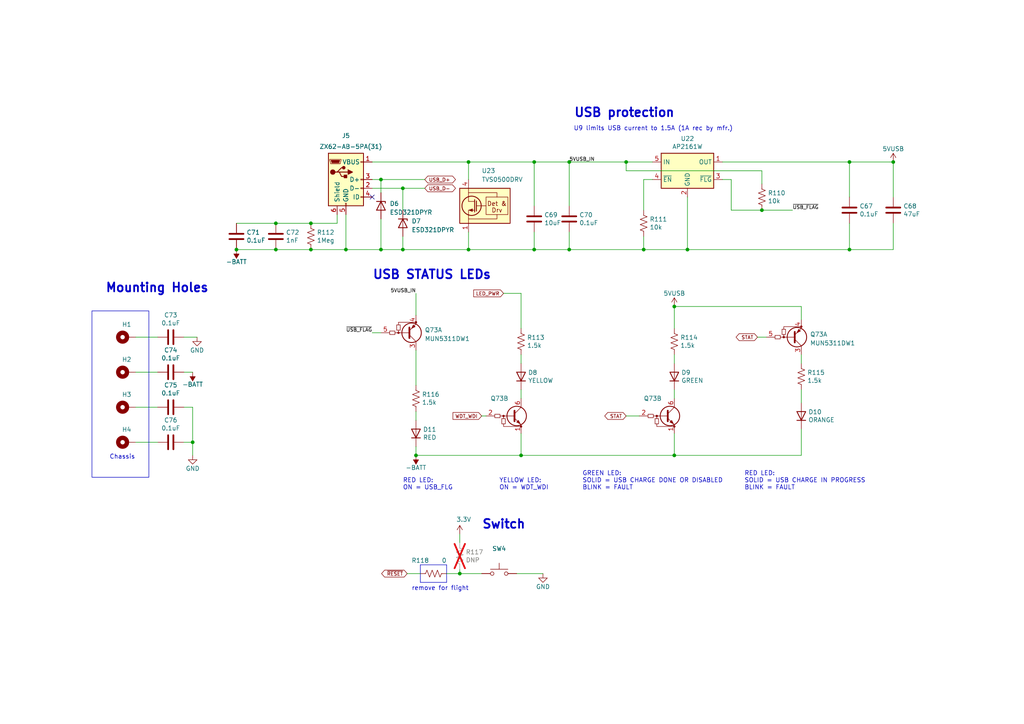
<source format=kicad_sch>
(kicad_sch (version 20230121) (generator eeschema)
  (paper "A4")
  (title_block (company "Sierra Lobo INC."))
  (lib_symbols
    (symbol "Connector:USB_B_Micro" (pin_names (offset 1.016))
      (property "Reference" "J" (at -5.08 11.43 0))
      (property "Value" "USB_B_Micro" (at -5.08 8.89 0))
      (symbol "USB_B_Micro_0_1"
        (rectangle (start -5.08 -7.62) (end 5.08 7.62) (stroke (width 0.254)) (fill (type background)))
        (circle (center -3.81 2.159) (radius 0.635) (stroke (width 0.254)) (fill (type outline)))
        (circle (center -0.635 3.429) (radius 0.381) (stroke (width 0.254)) (fill (type outline)))
        (rectangle (start -0.127 -7.62) (end 0.127 -6.858))
        (polyline (pts (xy -1.905 2.159) (xy 0.635 2.159)) (stroke (width 0.254)))
        (polyline (pts (xy -3.175 2.159) (xy -2.54 2.159) (xy -1.27 3.429) (xy -0.635 3.429)) (stroke (width 0.254)))
        (polyline (pts (xy -2.54 2.159) (xy -1.905 2.159) (xy -1.27 0.889) (xy 0 0.889)) (stroke (width 0.254)))
        (polyline (pts (xy 0.635 2.794) (xy 0.635 1.524) (xy 1.905 2.159) (xy 0.635 2.794)) (stroke (width 0.254)) (fill (type outline)))
        (polyline (pts (xy -4.318 5.588) (xy -1.778 5.588) (xy -2.032 4.826) (xy -4.064 4.826) (xy -4.318 5.588)) (fill (type outline)))
        (polyline (pts (xy -4.699 5.842) (xy -4.699 5.588) (xy -4.445 4.826) (xy -4.445 4.572) (xy -1.651 4.572) (xy -1.651 4.826) (xy -1.397 5.588) (xy -1.397 5.842) (xy -4.699 5.842)))
        (rectangle (start 0.254 1.27) (end -0.508 0.508) (stroke (width 0.254)) (fill (type outline)))
        (rectangle (start 5.08 -5.207) (end 4.318 -4.953))
        (rectangle (start 5.08 -2.667) (end 4.318 -2.413))
        (rectangle (start 5.08 -0.127) (end 4.318 0.127))
        (rectangle (start 5.08 4.953) (end 4.318 5.207))
      )
      (symbol "USB_B_Micro_1_1"
        (pin power_out line (at 7.62 5.08 180) (length 2.54) (name "VBUS") (number "1"))
        (pin bidirectional line (at 7.62 -2.54 180) (length 2.54) (name "D-") (number "2"))
        (pin bidirectional line (at 7.62 0 180) (length 2.54) (name "D+") (number "3"))
        (pin passive line (at 7.62 -5.08 180) (length 2.54) (name "ID") (number "4"))
        (pin power_out line (at 0 -10.16 90) (length 2.54) (name "GND") (number "5"))
        (pin passive line (at -2.54 -10.16 90) (length 2.54) (name "Shield") (number "6"))
      )
    )
    (symbol "Device:C" (pin_numbers hide) (pin_names (offset 0.254))
      (property "Reference" "C" (at 0.635 2.54 0))
      (property "Value" "C" (at 0.635 -2.54 0))
      (symbol "C_0_1"
        (polyline (pts (xy -2.032 -0.762) (xy 2.032 -0.762)) (stroke (width 0.508)))
        (polyline (pts (xy -2.032 0.762) (xy 2.032 0.762)) (stroke (width 0.508)))
      )
      (symbol "C_1_1"
        (pin passive line (at 0 3.81 270) (length 2.794) (name "~") (number "1"))
        (pin passive line (at 0 -3.81 90) (length 2.794) (name "~") (number "2"))
      )
    )
    (symbol "Device:D" (pin_numbers hide) (pin_names (offset 1.016) hide)
      (property "Reference" "D" (at 0 2.54 0))
      (property "Value" "D" (at 0 -2.54 0))
      (symbol "D_0_1"
        (polyline (pts (xy -1.27 1.27) (xy -1.27 -1.27)) (stroke (width 0.254)))
        (polyline (pts (xy 1.27 0) (xy -1.27 0)))
        (polyline (pts (xy 1.27 1.27) (xy 1.27 -1.27) (xy -1.27 0) (xy 1.27 1.27)) (stroke (width 0.254)))
      )
      (symbol "D_1_1"
        (pin passive line (at -3.81 0 0) (length 2.54) (name "K") (number "1"))
        (pin passive line (at 3.81 0 180) (length 2.54) (name "A") (number "2"))
      )
    )
    (symbol "Device:D_Zener" (pin_numbers hide) (pin_names (offset 1.016) hide)
      (property "Reference" "D" (at 0 2.54 0))
      (property "Value" "D_Zener" (at 0 -2.54 0))
      (symbol "D_Zener_0_1"
        (polyline (pts (xy 1.27 0) (xy -1.27 0)))
        (polyline (pts (xy -1.27 -1.27) (xy -1.27 1.27) (xy -0.762 1.27)) (stroke (width 0.254)))
        (polyline (pts (xy 1.27 -1.27) (xy 1.27 1.27) (xy -1.27 0) (xy 1.27 -1.27)) (stroke (width 0.254)))
      )
      (symbol "D_Zener_1_1"
        (pin passive line (at -3.81 0 0) (length 2.54) (name "K") (number "1"))
        (pin passive line (at 3.81 0 180) (length 2.54) (name "A") (number "2"))
      )
    )
    (symbol "Device:R_US" (pin_numbers hide) (pin_names (offset 0))
      (property "Reference" "R" (at 2.54 0 90))
      (property "Value" "R_US" (at -2.54 0 90))
      (symbol "R_US_0_1"
        (polyline (pts (xy 0 -2.286) (xy 0 -2.54)))
        (polyline (pts (xy 0 2.286) (xy 0 2.54)))
        (polyline (pts (xy 0 -0.762) (xy 1.016 -1.143) (xy 0 -1.524) (xy -1.016 -1.905) (xy 0 -2.286)))
        (polyline (pts (xy 0 0.762) (xy 1.016 0.381) (xy 0 0) (xy -1.016 -0.381) (xy 0 -0.762)))
        (polyline (pts (xy 0 2.286) (xy 1.016 1.905) (xy 0 1.524) (xy -1.016 1.143) (xy 0 0.762)))
      )
      (symbol "R_US_1_1"
        (pin passive line (at 0 3.81 270) (length 1.27) (name "~") (number "1"))
        (pin passive line (at 0 -3.81 90) (length 1.27) (name "~") (number "2"))
      )
    )
    (symbol "Mechanical:MountingHole_Pad" (pin_numbers hide) (pin_names (offset 1.016) hide)
      (property "Reference" "H" (at 0 6.35 0))
      (property "Value" "MountingHole_Pad" (at 0 4.445 0))
      (symbol "MountingHole_Pad_0_1"
        (circle (center 0 1.27) (radius 1.27) (stroke (width 1.27)))
      )
      (symbol "MountingHole_Pad_1_1"
        (pin input line (at 0 -2.54 90) (length 2.54) (name "1") (number "1"))
      )
    )
    (symbol "Power_Management:AP2161W"
      (property "Reference" "U" (at -7.62 -6.35 0))
      (property "Value" "AP2161W" (at -7.62 6.35 0))
      (symbol "AP2161W_0_1"
        (rectangle (start -7.62 5.08) (end 7.62 -5.08) (stroke (width 0.254)) (fill (type background)))
      )
      (symbol "AP2161W_1_1"
        (pin power_out line (at 10.16 2.54 180) (length 2.54) (name "OUT") (number "1"))
        (pin power_in line (at 0 -7.62 90) (length 2.54) (name "GND") (number "2"))
        (pin open_collector line (at 10.16 -2.54 180) (length 2.54) (name "~{FLG}") (number "3"))
        (pin input line (at -10.16 -2.54 0) (length 2.54) (name "~{EN}") (number "4"))
        (pin power_in line (at -10.16 2.54 0) (length 2.54) (name "IN") (number "5"))
      )
    )
    (symbol "Power_Protection:TVS0500DRV" (pin_names (offset 0) hide)
      (property "Reference" "U" (at 2.54 1.27 0))
      (property "Value" "TVS0500DRV" (at 2.54 -1.27 0))
      (symbol "TVS0500DRV_0_0"
        (rectangle (start -11.43 2.54) (end -5.08 -2.54))
        (polyline (pts (xy 0 1.27) (xy -1.778 1.27)))
        (polyline (pts (xy -8.255 -2.54) (xy -8.255 -3.81) (xy 0 -3.81)))
        (polyline (pts (xy -8.255 2.54) (xy -8.255 3.81) (xy 0 3.81)))
        (text "Det &" (at -8.255 0.635 0) (effects (font (size 1.27 1.27))))
        (text "Drv" (at -8.255 -1.27 0) (effects (font (size 1.27 1.27))))
      )
      (symbol "TVS0500DRV_0_1"
        (rectangle (start -12.065 5.08) (end 2.54 -5.08) (stroke (width 0.254)) (fill (type background)))
        (circle (center -0.889 0) (radius 2.794) (stroke (width 0.254)))
        (polyline (pts (xy -2.286 0) (xy -5.08 0)))
        (polyline (pts (xy -2.286 1.397) (xy -2.286 -1.524)) (stroke (width 0.254)))
        (polyline (pts (xy -1.778 1.778) (xy -1.778 -1.778)) (stroke (width 0.254)))
        (polyline (pts (xy 0 -2.54) (xy 0 -5.08)))
        (polyline (pts (xy 0 2.54) (xy 0 1.27)))
        (polyline (pts (xy 0 5.08) (xy 0 2.54)))
        (polyline (pts (xy 0 -2.54) (xy 0 -1.27) (xy -1.778 -1.27)))
        (polyline (pts (xy -0.127 -1.27) (xy -1.143 -1.651) (xy -1.143 -0.889) (xy -0.127 -1.27)) (fill (type outline)))
      )
      (symbol "TVS0500DRV_1_1"
        (pin power_in line (at 0 -7.62 90) (length 2.54) (name "GND") (number "1"))
        (pin passive line (at 0 -7.62 90) (length 2.54) hide (name "GND") (number "2"))
        (pin passive line (at 0 -7.62 90) (length 2.54) hide (name "GND") (number "3"))
        (pin passive line (at 0 7.62 270) (length 2.54) (name "IN") (number "4"))
        (pin passive line (at 0 7.62 270) (length 2.54) hide (name "IN") (number "5"))
        (pin passive line (at 0 7.62 270) (length 2.54) hide (name "IN") (number "6"))
        (pin passive line (at 0 -7.62 90) (length 2.54) hide (name "GND") (number "7"))
      )
    )
    (symbol "SierraLobo:5VUSB" (power) (pin_names (offset 0))
      (property "Value" "5VUSB" (at 0 3.556 0))
      (symbol "5VUSB_0_1"
        (polyline (pts (xy -0.762 1.27) (xy 0 2.54)))
        (polyline (pts (xy 0 0) (xy 0 2.54)))
        (polyline (pts (xy 0 2.54) (xy 0.762 1.27)))
      )
      (symbol "5VUSB_1_1"
        (pin power_in line (at 0 0 90) (length 0) hide (name "5VUSB") (number "1"))
      )
    )
    (symbol "SierraLobo:MUN5312DW1" (pin_names hide)
      (property "Reference" "Q" (at 3.81 1.27 0))
      (property "Value" "MUN5311DW1" (at 3.81 -1.27 0))
      (symbol "MUN5312DW1_0_1"
        (rectangle (start -6.35 0.508) (end -4.826 -0.508))
        (rectangle (start -4.318 -2.286) (end -3.302 -0.762))
        (circle (center -3.81 0) (radius 0.254) (fill (type outline)))
        (polyline (pts (xy -3.81 -0.762) (xy -3.81 0)))
        (polyline (pts (xy -0.762 0) (xy -4.826 0)))
        (polyline (pts (xy -0.635 1.524) (xy -0.635 -1.524)) (stroke (width 0.508)))
        (polyline (pts (xy -3.81 -2.286) (xy -3.81 -3.048) (xy 1.27 -3.048)))
        (circle (center 1.27 -3.048) (radius 0.254) (fill (type outline)))
      )
      (symbol "MUN5312DW1_1_1"
        (polyline (pts (xy -0.635 0.635) (xy 1.27 2.54)))
        (polyline (pts (xy -0.635 -0.635) (xy 1.27 -2.54) (xy 1.27 -2.54)))
        (polyline (pts (xy 1.016 -1.778) (xy 0.508 -2.286) (xy 0 -1.27) (xy 1.016 -1.778) (xy 1.016 -1.778)) (fill (type outline)))
        (circle (center 0 0) (radius 2.8194) (stroke (width 0.254)))
        (pin passive line (at 1.27 5.08 270) (length 2.54) (name "C1") (number "3"))
        (pin passive line (at 1.27 -5.08 90) (length 2.54) (name "E1") (number "4"))
        (pin input line (at -8.89 0 0) (length 2.54) (name "B1") (number "5"))
      )
      (symbol "MUN5312DW1_2_1"
        (polyline (pts (xy -0.635 0.635) (xy 1.27 2.54)))
        (polyline (pts (xy -0.635 -0.635) (xy 1.27 -2.54) (xy 1.27 -2.54)))
        (polyline (pts (xy 0 -1.778) (xy 0.508 -1.27) (xy 1.016 -2.286) (xy 0 -1.778) (xy 0 -1.778)) (fill (type outline)))
        (circle (center 0 0) (radius 2.8194) (stroke (width 0.254)))
        (pin passive line (at 1.27 -5.08 90) (length 2.54) (name "E2") (number "1"))
        (pin input line (at -8.89 0 0) (length 2.54) (name "B2") (number "2"))
        (pin passive line (at 1.27 5.08 270) (length 2.54) (name "C2") (number "6"))
      )
    )
    (symbol "mainboard-rescue:SW_Push-Switch-mainboard-rescue" (pin_numbers hide) (pin_names (offset 1.016) hide)
      (property "Reference" "SW" (at 1.27 2.54 0))
      (property "Value" "SW_Push-Switch-mainboard-rescue" (at 0 -1.524 0))
      (symbol "SW_Push-Switch-mainboard-rescue_0_1"
        (circle (center -2.032 0) (radius 0.508))
        (polyline (pts (xy 0 1.27) (xy 0 3.048)))
        (polyline (pts (xy 2.54 1.27) (xy -2.54 1.27)))
        (circle (center 2.032 0) (radius 0.508))
        (pin passive line (at -5.08 0 0) (length 2.54) (name "1") (number "1"))
        (pin passive line (at 5.08 0 180) (length 2.54) (name "2") (number "2"))
      )
    )
    (symbol "mainboard:3.3V" (power) (pin_names (offset 1.016))
      (property "Value" "3.3V" (at -1.016 3.556 0))
      (symbol "3.3V_1_0"
        (polyline (pts (xy 0 2.54) (xy -0.762 1.27)))
        (polyline (pts (xy 0.762 1.27) (xy 0 2.54)))
        (pin power_in line (at 0 0 90) (length 2.54) (name "3.3V") (number "1"))
      )
    )
    (symbol "power:-BATT" (power) (pin_names (offset 0))
      (property "Value" "-BATT" (at 0 3.556 0))
      (symbol "-BATT_0_1"
        (polyline (pts (xy 0 0) (xy 0 2.54)))
        (polyline (pts (xy 0.762 1.27) (xy -0.762 1.27) (xy 0 2.54) (xy 0.762 1.27)) (fill (type outline)))
      )
      (symbol "-BATT_1_1"
        (pin power_in line (at 0 0 90) (length 0) hide (name "-BATT") (number "1"))
      )
    )
    (symbol "power:GND" (power) (pin_names (offset 0))
      (property "Value" "GND" (at 0 -3.81 0))
      (symbol "GND_0_1"
        (polyline (pts (xy 0 0) (xy 0 -1.27) (xy 1.27 -1.27) (xy 0 -2.54) (xy -1.27 -1.27) (xy 0 -1.27)))
      )
      (symbol "GND_1_1"
        (pin power_in line (at 0 0 270) (length 0) hide (name "GND") (number "1"))
      )
    )
  )
  (junction (at 90.17 64.77))
  (junction (at 154.94 46.99))
  (junction (at 195.58 88.9))
  (junction (at 68.58 72.39))
  (junction (at 151.13 132.08))
  (junction (at 55.88 128.27))
  (junction (at 220.98 60.96))
  (junction (at 110.49 72.39))
  (junction (at 135.89 72.39))
  (junction (at 181.61 46.99))
  (junction (at 259.08 46.99))
  (junction (at 165.1 72.39))
  (junction (at 116.84 54.61))
  (junction (at 80.01 64.77))
  (junction (at 199.39 72.39))
  (junction (at 154.94 72.39))
  (junction (at 165.1 46.99))
  (junction (at 80.01 72.39))
  (junction (at 246.38 72.39))
  (junction (at 133.35 166.37))
  (junction (at 100.33 72.39))
  (junction (at 116.84 72.39))
  (junction (at 90.17 72.39))
  (junction (at 195.58 132.08))
  (junction (at 186.69 72.39))
  (junction (at 120.65 132.08))
  (junction (at 246.38 46.99))
  (junction (at 135.89 46.99))
  (junction (at 110.49 52.07))
  (no_connect (at 107.95 57.15))
  (wire (pts (xy 120.65 129.54) (xy 120.65 132.08)))
  (wire (pts (xy 139.7 120.65) (xy 140.97 120.65)))
  (wire (pts (xy 135.89 67.31) (xy 135.89 72.39)))
  (wire (pts (xy 186.69 68.58) (xy 186.69 72.39)))
  (wire (pts (xy 100.33 72.39) (xy 110.49 72.39)))
  (wire (pts (xy 195.58 132.08) (xy 195.58 125.73)))
  (wire (pts (xy 53.34 118.11) (xy 55.88 118.11)))
  (wire (pts (xy 100.33 72.39) (xy 90.17 72.39)))
  (wire (pts (xy 151.13 102.87) (xy 151.13 105.41)))
  (wire (pts (xy 165.1 67.31) (xy 165.1 72.39)))
  (wire (pts (xy 116.84 54.61) (xy 123.19 54.61)))
  (wire (pts (xy 129.54 166.37) (xy 133.35 166.37)))
  (polyline (pts (xy 121.92 168.91) (xy 121.92 163.83)))
  (wire (pts (xy 110.49 72.39) (xy 116.84 72.39)))
  (wire (pts (xy 154.94 46.99) (xy 165.1 46.99)))
  (wire (pts (xy 80.01 72.39) (xy 68.58 72.39)))
  (wire (pts (xy 39.37 118.11) (xy 45.72 118.11)))
  (wire (pts (xy 246.38 46.99) (xy 246.38 57.15)))
  (wire (pts (xy 135.89 72.39) (xy 154.94 72.39)))
  (wire (pts (xy 151.13 132.08) (xy 195.58 132.08)))
  (wire (pts (xy 116.84 68.58) (xy 116.84 72.39)))
  (wire (pts (xy 53.34 107.95) (xy 55.88 107.95)))
  (wire (pts (xy 220.98 60.96) (xy 212.09 60.96)))
  (wire (pts (xy 219.71 97.79) (xy 222.25 97.79)))
  (wire (pts (xy 135.89 46.99) (xy 135.89 52.07)))
  (wire (pts (xy 186.69 52.07) (xy 186.69 60.96)))
  (wire (pts (xy 195.58 113.03) (xy 195.58 115.57)))
  (wire (pts (xy 146.05 85.09) (xy 151.13 85.09)))
  (wire (pts (xy 55.88 128.27) (xy 53.34 128.27)))
  (wire (pts (xy 120.65 132.08) (xy 151.13 132.08)))
  (wire (pts (xy 116.84 54.61) (xy 116.84 60.96)))
  (wire (pts (xy 110.49 63.5) (xy 110.49 72.39)))
  (wire (pts (xy 220.98 60.96) (xy 229.87 60.96)))
  (wire (pts (xy 212.09 60.96) (xy 212.09 52.07)))
  (wire (pts (xy 232.41 132.08) (xy 232.41 124.46)))
  (wire (pts (xy 97.79 64.77) (xy 90.17 64.77)))
  (wire (pts (xy 154.94 59.69) (xy 154.94 46.99)))
  (wire (pts (xy 39.37 107.95) (xy 45.72 107.95)))
  (wire (pts (xy 209.55 46.99) (xy 246.38 46.99)))
  (wire (pts (xy 199.39 57.15) (xy 199.39 72.39)))
  (wire (pts (xy 39.37 97.79) (xy 45.72 97.79)))
  (wire (pts (xy 154.94 72.39) (xy 165.1 72.39)))
  (wire (pts (xy 107.95 54.61) (xy 116.84 54.61)))
  (wire (pts (xy 186.69 72.39) (xy 199.39 72.39)))
  (wire (pts (xy 133.35 166.37) (xy 139.7 166.37)))
  (wire (pts (xy 195.58 102.87) (xy 195.58 105.41)))
  (wire (pts (xy 149.86 166.37) (xy 157.48 166.37)))
  (wire (pts (xy 154.94 67.31) (xy 154.94 72.39)))
  (wire (pts (xy 135.89 46.99) (xy 154.94 46.99)))
  (wire (pts (xy 53.34 97.79) (xy 57.15 97.79)))
  (wire (pts (xy 195.58 88.9) (xy 232.41 88.9)))
  (wire (pts (xy 259.08 46.99) (xy 259.08 57.15)))
  (wire (pts (xy 195.58 132.08) (xy 232.41 132.08)))
  (wire (pts (xy 133.35 165.1) (xy 133.35 166.37)))
  (polyline (pts (xy 121.92 168.91) (xy 129.54 168.91)))
  (wire (pts (xy 212.09 52.07) (xy 209.55 52.07)))
  (wire (pts (xy 110.49 52.07) (xy 123.19 52.07)))
  (wire (pts (xy 232.41 102.87) (xy 232.41 105.41)))
  (wire (pts (xy 80.01 64.77) (xy 90.17 64.77)))
  (wire (pts (xy 220.98 53.34) (xy 220.98 49.53)))
  (wire (pts (xy 232.41 88.9) (xy 232.41 92.71)))
  (wire (pts (xy 116.84 72.39) (xy 135.89 72.39)))
  (wire (pts (xy 133.35 154.94) (xy 133.35 157.48)))
  (wire (pts (xy 185.42 120.65) (xy 181.61 120.65)))
  (wire (pts (xy 232.41 113.03) (xy 232.41 116.84)))
  (wire (pts (xy 120.65 119.38) (xy 120.65 121.92)))
  (wire (pts (xy 107.95 46.99) (xy 135.89 46.99)))
  (wire (pts (xy 151.13 132.08) (xy 151.13 125.73)))
  (wire (pts (xy 165.1 72.39) (xy 186.69 72.39)))
  (wire (pts (xy 195.58 88.9) (xy 195.58 95.25)))
  (wire (pts (xy 110.49 52.07) (xy 110.49 55.88)))
  (wire (pts (xy 120.65 101.6) (xy 120.65 111.76)))
  (wire (pts (xy 165.1 46.99) (xy 181.61 46.99)))
  (wire (pts (xy 97.79 62.23) (xy 97.79 64.77)))
  (polyline (pts (xy 121.92 163.83) (xy 129.54 163.83)))
  (wire (pts (xy 107.95 96.52) (xy 110.49 96.52)))
  (wire (pts (xy 151.13 85.09) (xy 151.13 95.25)))
  (wire (pts (xy 220.98 49.53) (xy 181.61 49.53)))
  (wire (pts (xy 186.69 52.07) (xy 189.23 52.07)))
  (wire (pts (xy 199.39 72.39) (xy 246.38 72.39)))
  (wire (pts (xy 80.01 64.77) (xy 68.58 64.77)))
  (wire (pts (xy 259.08 72.39) (xy 259.08 64.77)))
  (wire (pts (xy 246.38 64.77) (xy 246.38 72.39)))
  (wire (pts (xy 39.37 128.27) (xy 45.72 128.27)))
  (wire (pts (xy 107.95 52.07) (xy 110.49 52.07)))
  (wire (pts (xy 181.61 46.99) (xy 189.23 46.99)))
  (wire (pts (xy 55.88 118.11) (xy 55.88 128.27)))
  (wire (pts (xy 55.88 132.08) (xy 55.88 128.27)))
  (wire (pts (xy 120.65 85.09) (xy 120.65 91.44)))
  (wire (pts (xy 246.38 46.99) (xy 259.08 46.99)))
  (wire (pts (xy 80.01 72.39) (xy 90.17 72.39)))
  (wire (pts (xy 118.11 166.37) (xy 121.92 166.37)))
  (wire (pts (xy 181.61 49.53) (xy 181.61 46.99)))
  (wire (pts (xy 100.33 62.23) (xy 100.33 72.39)))
  (wire (pts (xy 246.38 72.39) (xy 259.08 72.39)))
  (wire (pts (xy 151.13 113.03) (xy 151.13 115.57)))
  (polyline (pts (xy 129.54 163.83) (xy 129.54 168.91)))
  (wire (pts (xy 165.1 46.99) (xy 165.1 59.69)))
  (rectangle (start 26.67 90.17) (end 43.18 138.43))
  (text "Chassis" (at 31.75 133.35 0) (effects (font (size 1.27 1.27)) (justify left bottom)))
  (text "RED LED:\nON = USB_FLG" (at 116.84 142.24 0) (effects (font (size 1.27 1.27)) (justify left bottom)))
  (text "RED LED:\nSOLID = USB CHARGE IN PROGRESS\nBLINK = FAULT" (at 215.9 142.24 0) (effects (font (size 1.27 1.27)) (justify left bottom)))
  (text "YELLOW LED:\nON = WDT_WDI" (at 144.78 142.24 0) (effects (font (size 1.27 1.27)) (justify left bottom)))
  (text "GREEN LED:\nSOLID = USB CHARGE DONE OR DISABLED\nBLINK = FAULT" (at 168.91 142.24 0) (effects (font (size 1.27 1.27)) (justify left bottom)))
  (text "remove for flight" (at 119.38 171.45 0) (effects (font (size 1.27 1.27)) (justify left bottom)))
  (text "USB STATUS LEDs" (at 107.95 81.28 0) (effects (font (size 2.54 2.54) (thickness 0.508) bold) (justify left bottom)))
  (text "Switch" (at 139.7 153.67 0) (effects (font (size 2.54 2.54) (thickness 0.508) bold) (justify left bottom)))
  (text "Mounting Holes" (at 30.48 85.09 0) (effects (font (size 2.54 2.54) (thickness 0.508) bold) (justify left bottom)))
  (text "U9 limits USB current to 1.5A (1A rec by mfr.)" (at 166.37 38.1 0) (effects (font (size 1.27 1.27)) (justify left bottom)))
  (text "USB protection" (at 166.37 34.29 0) (effects (font (size 2.54 2.54) (thickness 0.508) bold) (justify left bottom)))
  (label "~{USB_FLAG}" (at 229.87 60.96 0) (effects (font (size 1.016 1.016))))
  (label "5VUSB_IN" (at 120.65 85.09 180) (effects (font (size 1.016 1.016))))
  (label "5VUSB_IN" (at 165.1 46.99 0) (effects (font (size 1.016 1.016))))
  (label "~{USB_FLAG}" (at 107.95 96.52 180) (effects (font (size 1.016 1.016))))
  (global_label "USB_D-" (shape bidirectional) (at 123.19 54.61 0) (effects (font (size 1.016 1.016))) (property "Intersheetrefs" "${INTERSHEET_REFS}" (effects hide)))
  (global_label "STAT" (shape bidirectional) (at 181.61 120.65 180) (effects (font (size 1.016 1.016))) (property "Intersheetrefs" "${INTERSHEET_REFS}" (effects hide)))
  (global_label "STAT" (shape bidirectional) (at 219.71 97.79 180) (effects (font (size 1.016 1.016))) (property "Intersheetrefs" "${INTERSHEET_REFS}" (effects hide)))
  (global_label "WDT_WDI" (shape input) (at 139.7 120.65 180) (effects (font (size 1.016 1.016))) (property "Intersheetrefs" "${INTERSHEET_REFS}" (effects hide)))
  (global_label "~{RESET}" (shape bidirectional) (at 118.11 166.37 180) (effects (font (size 1.016 1.016))) (property "Intersheetrefs" "${INTERSHEET_REFS}" (effects hide)))
  (global_label "LED_PWR" (shape input) (at 146.05 85.09 180) (effects (font (size 1.016 1.016))) (property "Intersheetrefs" "${INTERSHEET_REFS}" (effects hide)))
  (global_label "USB_D+" (shape bidirectional) (at 123.19 52.07 0) (effects (font (size 1.016 1.016))) (property "Intersheetrefs" "${INTERSHEET_REFS}" (effects hide)))
  (symbol (lib_id "Device:R_US") (at 186.69 64.77 0) (unit 1)
    (property "Reference" "R111" (at 188.4172 63.6016 0) (effects (justify left)))
    (property "Value" "10k" (at 188.4172 65.913 0) (effects (justify left)))
    (property "Footprint" "Resistor_SMD:R_0402_1005Metric" (effects hide))
  )
  (symbol (lib_id "Connector:USB_B_Micro") (at 100.33 52.07 0) (unit 1)
    (property "Reference" "J5" (at 100.33 39.37 0))
    (property "Value" "ZX62-AB-5PA(31)" (at 101.7778 42.5196 0))
    (property "Footprint" "SierraLobo:ZX62-AB-5PA(31)" (effects hide))
  )
  (symbol (lib_id "Device:R_US") (at 90.17 68.58 0) (unit 1)
    (property "Reference" "R112" (at 91.8972 67.4116 0) (effects (justify left)))
    (property "Value" "1Meg" (at 91.8972 69.723 0) (effects (justify left)))
    (property "Footprint" "Resistor_SMD:R_0402_1005Metric" (effects hide))
  )
  (symbol (lib_id "Device:C") (at 80.01 68.58 0) (unit 1)
    (property "Reference" "C72" (at 82.931 67.4116 0) (effects (justify left)))
    (property "Value" "1nF" (at 82.931 69.723 0) (effects (justify left)))
    (property "Footprint" "Capacitor_SMD:C_0402_1005Metric" (effects hide))
  )
  (symbol (lib_id "Device:C") (at 68.58 68.58 0) (unit 1)
    (property "Reference" "C71" (at 71.501 67.4116 0) (effects (justify left)))
    (property "Value" "0.1uF" (at 71.501 69.723 0) (effects (justify left)))
    (property "Footprint" "Capacitor_SMD:C_0402_1005Metric" (effects hide))
  )
  (symbol (lib_id "Power_Management:AP2161W") (at 199.39 49.53 0) (unit 1)
    (property "Reference" "U22" (at 199.39 40.2082 0))
    (property "Value" "AP2161W" (at 199.39 42.5196 0))
    (property "Footprint" "Package_TO_SOT_SMD:SOT-23-5" (effects hide))
    (property "Datasheet" "https://www.diodes.com/assets/Datasheets/AP2161.pdf" (effects hide))
    (property "Mfr. Part No" "AP2161W" (effects hide))
  )
  (symbol (lib_id "Device:R_US") (at 220.98 57.15 0) (unit 1)
    (property "Reference" "R110" (at 222.7072 55.9816 0) (effects (justify left)))
    (property "Value" "10k" (at 222.7072 58.293 0) (effects (justify left)))
    (property "Footprint" "Resistor_SMD:R_0402_1005Metric" (effects hide))
  )
  (symbol (lib_id "Device:C") (at 246.38 60.96 0) (unit 1)
    (property "Reference" "C67" (at 249.301 59.7916 0) (effects (justify left)))
    (property "Value" "0.1uF" (at 249.301 62.103 0) (effects (justify left)))
    (property "Footprint" "Capacitor_SMD:C_0402_1005Metric" (effects hide))
  )
  (symbol (lib_id "Device:R_US") (at 120.65 115.57 0) (unit 1)
    (property "Reference" "R116" (at 122.3772 114.4016 0) (effects (justify left)))
    (property "Value" "1.5k" (at 122.3772 116.713 0) (effects (justify left)))
    (property "Footprint" "Resistor_SMD:R_0402_1005Metric" (effects hide))
  )
  (symbol (lib_id "Device:D") (at 120.65 125.73 90) (unit 1)
    (property "Reference" "D11" (at 122.682 124.5616 90) (effects (justify right)))
    (property "Value" "RED" (at 122.682 126.873 90) (effects (justify right)))
    (property "Footprint" "SierraLobo:APA2107x" (effects hide))
    (property "Sim.Device" "D" (effects hide))
    (property "Sim.Pins" "1=K 2=A" (effects hide))
    (property "Mfr. Part No" "APA2107LSECK/J3-PRV" (effects hide))
  )
  (symbol (lib_id "Device:R_US") (at 151.13 99.06 0) (unit 1)
    (property "Reference" "R113" (at 152.8572 97.8916 0) (effects (justify left)))
    (property "Value" "1.5k" (at 152.8572 100.203 0) (effects (justify left)))
    (property "Footprint" "Resistor_SMD:R_0402_1005Metric" (effects hide))
  )
  (symbol (lib_id "Device:D") (at 151.13 109.22 90) (unit 1)
    (property "Reference" "D8" (at 153.162 108.0516 90) (effects (justify right)))
    (property "Value" "YELLOW" (at 153.162 110.363 90) (effects (justify right)))
    (property "Footprint" "SierraLobo:APA2107x" (effects hide))
    (property "Sim.Device" "D" (effects hide))
    (property "Sim.Pins" "1=K 2=A" (effects hide))
    (property "Mfr. Part No" "APA2107SYCK/J3-PRV" (effects hide))
  )
  (symbol (lib_id "Device:R_US") (at 195.58 99.06 0) (unit 1)
    (property "Reference" "R114" (at 197.3072 97.8916 0) (effects (justify left)))
    (property "Value" "1.5k" (at 197.3072 100.203 0) (effects (justify left)))
    (property "Footprint" "Resistor_SMD:R_0402_1005Metric" (effects hide))
  )
  (symbol (lib_id "Device:D") (at 195.58 109.22 90) (unit 1)
    (property "Reference" "D9" (at 197.612 108.0516 90) (effects (justify right)))
    (property "Value" "GREEN" (at 197.612 110.363 90) (effects (justify right)))
    (property "Footprint" "SierraLobo:APA2107x" (effects hide))
    (property "Sim.Device" "D" (effects hide))
    (property "Sim.Pins" "1=K 2=A" (effects hide))
    (property "Mfr. Part No" "APA2107CGCK" (effects hide))
  )
  (symbol (lib_id "Device:R_US") (at 232.41 109.22 0) (unit 1)
    (property "Reference" "R115" (at 234.1372 108.0516 0) (effects (justify left)))
    (property "Value" "1.5k" (at 234.1372 110.363 0) (effects (justify left)))
    (property "Footprint" "Resistor_SMD:R_0402_1005Metric" (effects hide))
  )
  (symbol (lib_id "Device:D") (at 232.41 120.65 90) (unit 1)
    (property "Reference" "D10" (at 234.442 119.4816 90) (effects (justify right)))
    (property "Value" "ORANGE" (at 234.442 121.793 90) (effects (justify right)))
    (property "Footprint" "SierraLobo:APA2107x" (effects hide))
    (property "Sim.Device" "D" (effects hide))
    (property "Sim.Pins" "1=K 2=A" (effects hide))
    (property "Mfr. Part No" "APA2107SECK/J4-PRV" (effects hide))
  )
  (symbol (lib_id "Mechanical:MountingHole_Pad") (at 36.83 97.79 90) (unit 1) (in_bom no)
    (property "Reference" "H1" (at 36.7538 94.107 90))
    (property "Value" "MountingHole_Pad" (effects hide))
    (property "Footprint" "SierraLobo:125mil_hole" (effects hide))
  )
  (symbol (lib_id "Mechanical:MountingHole_Pad") (at 36.83 107.95 90) (unit 1) (in_bom no)
    (property "Reference" "H2" (at 36.7538 104.267 90))
    (property "Value" "MountingHole_Pad" (effects hide))
    (property "Footprint" "SierraLobo:125mil_hole" (effects hide))
  )
  (symbol (lib_id "Mechanical:MountingHole_Pad") (at 36.83 118.11 90) (unit 1) (in_bom no)
    (property "Reference" "H3" (at 36.7538 114.427 90))
    (property "Value" "MountingHole_Pad" (effects hide))
    (property "Footprint" "SierraLobo:125mil_hole" (effects hide))
  )
  (symbol (lib_id "Mechanical:MountingHole_Pad") (at 36.83 128.27 90) (unit 1) (in_bom no)
    (property "Reference" "H4" (at 36.7538 124.587 90))
    (property "Value" "MountingHole_Pad" (effects hide))
    (property "Footprint" "SierraLobo:125mil_hole" (effects hide))
  )
  (symbol (lib_id "Device:C") (at 259.08 60.96 0) (unit 1)
    (property "Reference" "C68" (at 262.001 59.7916 0) (effects (justify left)))
    (property "Value" "47uF" (at 262.001 62.103 0) (effects (justify left)))
    (property "Footprint" "Capacitor_SMD:C_1206_3216Metric" (effects hide))
    (property "Mfr. Part No" "C3216X5R1E476M160AC" (effects hide))
  )
  (symbol (lib_id "Device:R_US") (at 133.35 161.29 0) (unit 1) (dnp yes)
    (property "Reference" "R117" (at 135.0772 160.1216 0) (effects (justify left)))
    (property "Value" "DNP" (at 135.0772 162.433 0) (effects (justify left)))
    (property "Footprint" "Resistor_SMD:R_0402_1005Metric" (effects hide))
  )
  (symbol (lib_id "Device:C") (at 49.53 97.79 270) (unit 1)
    (property "Reference" "C73" (at 49.53 91.3892 90))
    (property "Value" "0.1uF" (at 49.53 93.7006 90))
    (property "Footprint" "Capacitor_SMD:C_0402_1005Metric" (effects hide))
  )
  (symbol (lib_id "Device:C") (at 49.53 107.95 270) (unit 1)
    (property "Reference" "C74" (at 49.53 101.5492 90))
    (property "Value" "0.1uF" (at 49.53 103.8606 90))
    (property "Footprint" "Capacitor_SMD:C_0402_1005Metric" (effects hide))
  )
  (symbol (lib_id "Device:C") (at 49.53 118.11 270) (unit 1)
    (property "Reference" "C75" (at 49.53 111.7092 90))
    (property "Value" "0.1uF" (at 49.53 114.0206 90))
    (property "Footprint" "Capacitor_SMD:C_0402_1005Metric" (effects hide))
  )
  (symbol (lib_id "Device:C") (at 49.53 128.27 270) (unit 1)
    (property "Reference" "C76" (at 49.53 121.8692 90))
    (property "Value" "0.1uF" (at 49.53 124.1806 90))
    (property "Footprint" "Capacitor_SMD:C_0402_1005Metric" (effects hide))
  )
  (symbol (lib_id "Device:C") (at 154.94 63.5 0) (unit 1)
    (property "Reference" "C69" (at 157.861 62.3316 0) (effects (justify left)))
    (property "Value" "10uF" (at 157.861 64.643 0) (effects (justify left)))
    (property "Footprint" "Capacitor_SMD:C_0805_2012Metric" (effects hide))
    (property "Mfr. Part No" "CGA4J1X7S1E106K125AE" (effects hide))
  )
  (symbol (lib_id "Device:C") (at 165.1 63.5 0) (unit 1)
    (property "Reference" "C70" (at 168.021 62.3316 0) (effects (justify left)))
    (property "Value" "0.1uF" (at 168.021 64.643 0) (effects (justify left)))
    (property "Footprint" "Capacitor_SMD:C_0402_1005Metric" (effects hide))
  )
  (symbol (lib_id "mainboard-rescue:SW_Push-Switch-mainboard-rescue") (at 144.78 166.37 0) (unit 1)
    (property "Reference" "SW4" (at 144.78 159.131 0))
    (property "Value" "EVQP7C01P" (effects hide))
    (property "Footprint" "SierraLobo:EVQP7C01P" (effects hide))
    (property "Mfr. Part No" "EVQP7C01P" (effects hide))
  )
  (symbol (lib_id "Device:R_US") (at 125.73 166.37 90) (unit 1)
    (property "Reference" "R118" (at 124.46 162.56 90) (effects (justify left)))
    (property "Value" "0" (at 129.54 162.56 90) (effects (justify left)))
    (property "Footprint" "Resistor_SMD:R_0603_1608Metric" (effects hide))
  )
  (symbol (lib_id "Power_Protection:TVS0500DRV") (at 135.89 59.69 0) (mirror y) (unit 1)
    (property "Reference" "U23" (at 139.7 49.53 0) (effects (justify right)))
    (property "Value" "TVS0500DRV" (at 139.7 52.07 0) (effects (justify right)))
    (property "Footprint" "Package_SON:WSON-6-1EP_2x2mm_P0.65mm_EP1x1.6mm" (effects hide))
    (property "Datasheet" "http://www.ti.com/lit/ds/symlink/tvs0500.pdf" (effects hide))
    (property "Mfr. Part No" "TVS0500DRV" (effects hide))
  )
  (symbol (lib_id "Device:D_Zener") (at 110.49 59.69 270) (unit 1)
    (property "Reference" "D6" (at 113.03 59.055 90) (effects (justify left)))
    (property "Value" "ESD321DPYR" (at 113.03 61.595 90) (effects (justify left)))
    (property "Footprint" "SierraLobo:D_0402_1005Metric" (effects hide))
  )
  (symbol (lib_id "SierraLobo:MUN5312DW1") (at 194.31 120.65 0) (unit 2)
    (property "Reference" "Q73" (at 186.69 115.57 0) (effects (justify left)))
    (property "Value" "MUN5311DW1" (effects hide))
    (property "Footprint" "Package_TO_SOT_SMD:SOT-363_SC-70-6" (effects hide))
    (property "Datasheet" "https://www.onsemi.com/pdf/datasheet/dtc124ep-d.pdf" (effects hide))
    (instances (project "mainboard" (path "" (reference "Q73") (unit 2)) (path "" (reference "Q74") (unit 2)) (path "" (reference "Q26") (unit 2))))
  )
  (symbol (lib_id "power:GND") (at 157.48 166.37 0) (unit 1)
    (property "Reference" "#PWR023" (effects hide))
    (property "Value" "GND" (at 157.48 170.18 0))
    (instances (project "mainboard" (path "" (reference "#PWR023") (unit 1)) (path "" (reference "#PWR0126") (unit 1))))
  )
  (symbol (lib_id "power:-BATT") (at 68.58 72.39 180) (unit 1)
    (property "Reference" "#PWR020" (effects hide))
    (property "Value" "-BATT" (at 68.58 75.946 0))
    (instances (project "mainboard" (path "" (reference "#PWR020") (unit 1)) (path "" (reference "#PWR0120") (unit 1))))
  )
  (symbol (lib_id "power:-BATT") (at 55.88 107.95 180) (unit 1)
    (property "Reference" "#PWR020" (effects hide))
    (property "Value" "-BATT" (at 55.88 111.506 0))
    (instances (project "mainboard" (path "" (reference "#PWR020") (unit 1)) (path "" (reference "#PWR0123") (unit 1))))
  )
  (symbol (lib_id "power:GND") (at 57.15 97.79 0) (unit 1)
    (property "Reference" "#PWR019" (effects hide))
    (property "Value" "GND" (at 57.15 101.6 0))
    (instances (project "mainboard" (path "" (reference "#PWR019") (unit 1)) (path "" (reference "#PWR0122") (unit 1))))
  )
  (symbol (lib_id "Device:D_Zener") (at 116.84 64.77 270) (unit 1)
    (property "Reference" "D7" (at 119.38 64.135 90) (effects (justify left)))
    (property "Value" "ESD321DPYR" (at 119.38 66.675 90) (effects (justify left)))
    (property "Footprint" "SierraLobo:D_0402_1005Metric" (effects hide))
  )
  (symbol (lib_id "SierraLobo:5VUSB") (at 259.08 46.99 0) (unit 1)
    (property "Reference" "#PWR021" (effects hide))
    (property "Value" "5VUSB" (at 259.08 43.18 0))
    (instances (project "mainboard" (path "" (reference "#PWR021") (unit 1)) (path "" (reference "#PWR0119") (unit 1))))
  )
  (symbol (lib_id "power:-BATT") (at 120.65 132.08 180) (unit 1)
    (property "Reference" "#PWR020" (effects hide))
    (property "Value" "-BATT" (at 120.65 135.636 0))
    (instances (project "mainboard" (path "" (reference "#PWR020") (unit 1)) (path "" (reference "#PWR0125") (unit 1))))
  )
  (symbol (lib_id "SierraLobo:MUN5312DW1") (at 231.14 97.79 0) (mirror x) (unit 1)
    (property "Reference" "Q73" (at 234.95 96.9772 0) (effects (justify left)))
    (property "Value" "MUN5311DW1" (at 234.95 99.5172 0) (effects (justify left)))
    (property "Footprint" "Package_TO_SOT_SMD:SOT-363_SC-70-6" (effects hide))
    (property "Datasheet" "https://www.onsemi.com/pdf/datasheet/dtc124ep-d.pdf" (effects hide))
    (instances (project "mainboard" (path "" (reference "Q73") (unit 1)) (path "" (reference "Q74") (unit 1)) (path "" (reference "Q26") (unit 1))))
  )
  (symbol (lib_id "power:GND") (at 55.88 132.08 0) (unit 1)
    (property "Reference" "#PWR019" (effects hide))
    (property "Value" "GND" (at 55.88 135.89 0))
    (instances (project "mainboard" (path "" (reference "#PWR019") (unit 1)) (path "" (reference "#PWR0124") (unit 1))))
  )
  (symbol (lib_id "SierraLobo:MUN5312DW1") (at 119.38 96.52 0) (mirror x) (unit 1)
    (property "Reference" "Q73" (at 123.19 95.7072 0) (effects (justify left)))
    (property "Value" "MUN5311DW1" (at 123.19 98.2472 0) (effects (justify left)))
    (property "Footprint" "Package_TO_SOT_SMD:SOT-363_SC-70-6" (effects hide))
    (property "Datasheet" "https://www.onsemi.com/pdf/datasheet/dtc124ep-d.pdf" (effects hide))
    (instances (project "mainboard" (path "" (reference "Q73") (unit 1)) (path "" (reference "Q74") (unit 1)) (path "" (reference "Q25") (unit 1))))
  )
  (symbol (lib_id "mainboard:3.3V") (at 133.35 154.94 0) (unit 1)
    (property "Reference" "#SUPPLY02" (effects hide))
    (property "Value" "3.3V" (at 132.334 151.384 0) (effects (justify left bottom)))
    (instances (project "mainboard" (path "" (reference "#SUPPLY02") (unit 1)) (path "" (reference "#SUPPLY09") (unit 1)) (path "" (reference "#SUPPLY034") (unit 1))))
  )
  (symbol (lib_id "SierraLobo:5VUSB") (at 195.58 88.9 0) (unit 1)
    (property "Reference" "#PWR021" (effects hide))
    (property "Value" "5VUSB" (at 195.58 85.09 0))
    (instances (project "mainboard" (path "" (reference "#PWR021") (unit 1)) (path "" (reference "#PWR0121") (unit 1))))
  )
  (symbol (lib_id "SierraLobo:MUN5312DW1") (at 149.86 120.65 0) (unit 2)
    (property "Reference" "Q73" (at 142.24 115.57 0) (effects (justify left)))
    (property "Value" "MUN5311DW1" (effects hide))
    (property "Footprint" "Package_TO_SOT_SMD:SOT-363_SC-70-6" (effects hide))
    (property "Datasheet" "https://www.onsemi.com/pdf/datasheet/dtc124ep-d.pdf" (effects hide))
    (instances (project "mainboard" (path "" (reference "Q73") (unit 2)) (path "" (reference "Q74") (unit 2)) (path "" (reference "Q25") (unit 2))))
  )
)
</source>
